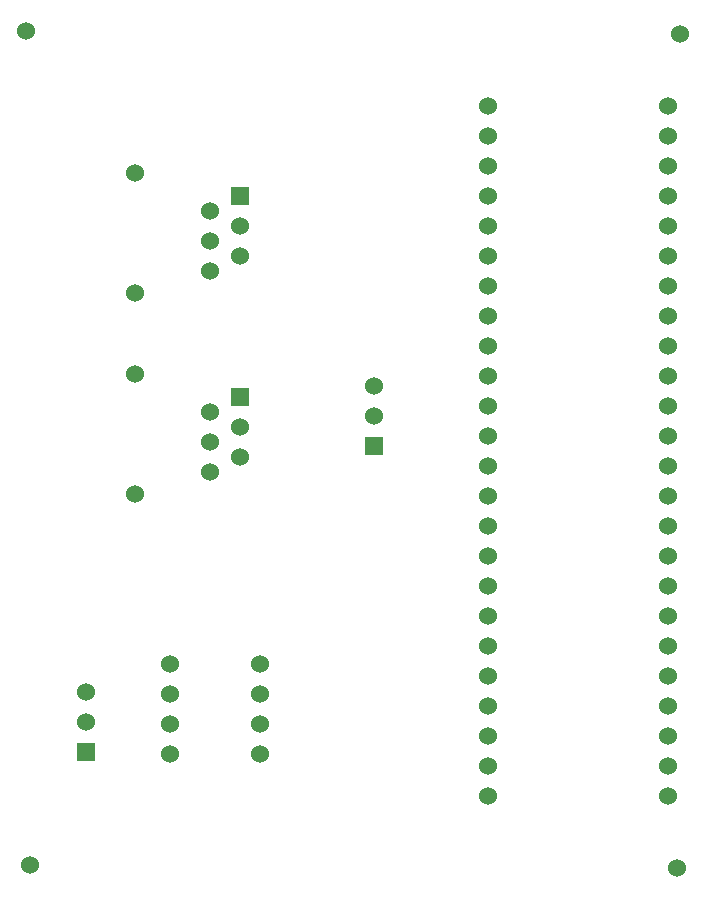
<source format=gbr>
%TF.GenerationSoftware,Altium Limited,Altium Designer,19.1.8 (144)*%
G04 Layer_Color=255*
%FSLAX26Y26*%
%MOIN*%
%TF.FileFunction,Pads,Bot*%
%TF.Part,Single*%
G01*
G75*
%TA.AperFunction,ComponentPad*%
%ADD17C,0.060000*%
%ADD18R,0.060000X0.060000*%
%TA.AperFunction,ViaPad*%
%ADD19C,0.060000*%
D17*
X2270000Y1065000D02*
D03*
Y1165000D02*
D03*
Y1265000D02*
D03*
Y2665000D02*
D03*
Y2565000D02*
D03*
Y2465000D02*
D03*
X1670000Y1265000D02*
D03*
X2270000Y965000D02*
D03*
Y865000D02*
D03*
Y765000D02*
D03*
Y665000D02*
D03*
Y565000D02*
D03*
Y465000D02*
D03*
Y365000D02*
D03*
X1670000D02*
D03*
Y465000D02*
D03*
Y565000D02*
D03*
Y665000D02*
D03*
Y765000D02*
D03*
Y865000D02*
D03*
Y965000D02*
D03*
Y1065000D02*
D03*
Y1165000D02*
D03*
X2270000Y2365000D02*
D03*
Y2265000D02*
D03*
Y2165000D02*
D03*
Y2065000D02*
D03*
Y1965000D02*
D03*
Y1865000D02*
D03*
Y1765000D02*
D03*
Y1665000D02*
D03*
Y1565000D02*
D03*
Y1465000D02*
D03*
Y1365000D02*
D03*
X1670000D02*
D03*
Y1465000D02*
D03*
Y1565000D02*
D03*
Y1665000D02*
D03*
Y1765000D02*
D03*
Y1865000D02*
D03*
Y1965000D02*
D03*
Y2065000D02*
D03*
Y2165000D02*
D03*
Y2265000D02*
D03*
Y2365000D02*
D03*
Y2465000D02*
D03*
Y2565000D02*
D03*
Y2665000D02*
D03*
X1290000Y1630000D02*
D03*
Y1730000D02*
D03*
X330000Y710000D02*
D03*
Y610000D02*
D03*
X910000Y505000D02*
D03*
Y605000D02*
D03*
Y705000D02*
D03*
Y805000D02*
D03*
X610000D02*
D03*
Y705000D02*
D03*
Y605000D02*
D03*
Y505000D02*
D03*
X745000Y2115000D02*
D03*
Y2215000D02*
D03*
Y2315000D02*
D03*
X845000Y2165000D02*
D03*
Y2265000D02*
D03*
X495000Y2040000D02*
D03*
Y2440000D02*
D03*
X745000Y1445000D02*
D03*
Y1545000D02*
D03*
Y1645000D02*
D03*
X845000Y1495000D02*
D03*
Y1595000D02*
D03*
X495000Y1370000D02*
D03*
Y1770000D02*
D03*
D18*
X1290000Y1530000D02*
D03*
X330000Y510000D02*
D03*
X845000Y2365000D02*
D03*
Y1695000D02*
D03*
D19*
X2300000Y125000D02*
D03*
X145000Y135000D02*
D03*
X130000Y2915000D02*
D03*
X2310000Y2905000D02*
D03*
%TF.MD5,0c070e2a1c2132cc4a57b35b7728d304*%
M02*

</source>
